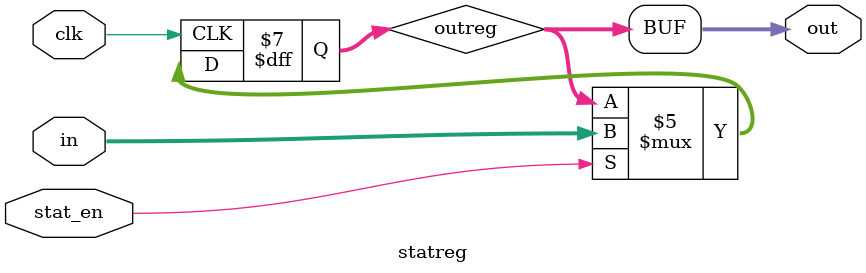
<source format=v>

`timescale 1ns/100ps

module statreg (clk, in, stat_en, out);

  /*
   *  STATUS REGISTER - statreg.v
   *
   *  Inputs:
   *   - clk: System clock, positive edge active
   *   - in (4 bits): The status bits generated by the ALU. The status register
   *        saves these bits so that the control unit can use them in branches.
   *        For a description of the status bits, see the description of alu.v.
   *   - stat_en: When this is set to 1, the values of in are saved.
   *
   *  Outputs:
   *   - out (4 bits): The status bits saved from the ALU.
   *
   */

  input        clk;
  input  [3:0] in;
  input        stat_en;
  output [3:0] out;

  reg   [3:0] outreg;

  initial
    outreg = 4'b0000;
   
  always @ (posedge clk)
    if (stat_en == 1'b1)
      outreg = in;

  assign out = outreg;

endmodule 

</source>
